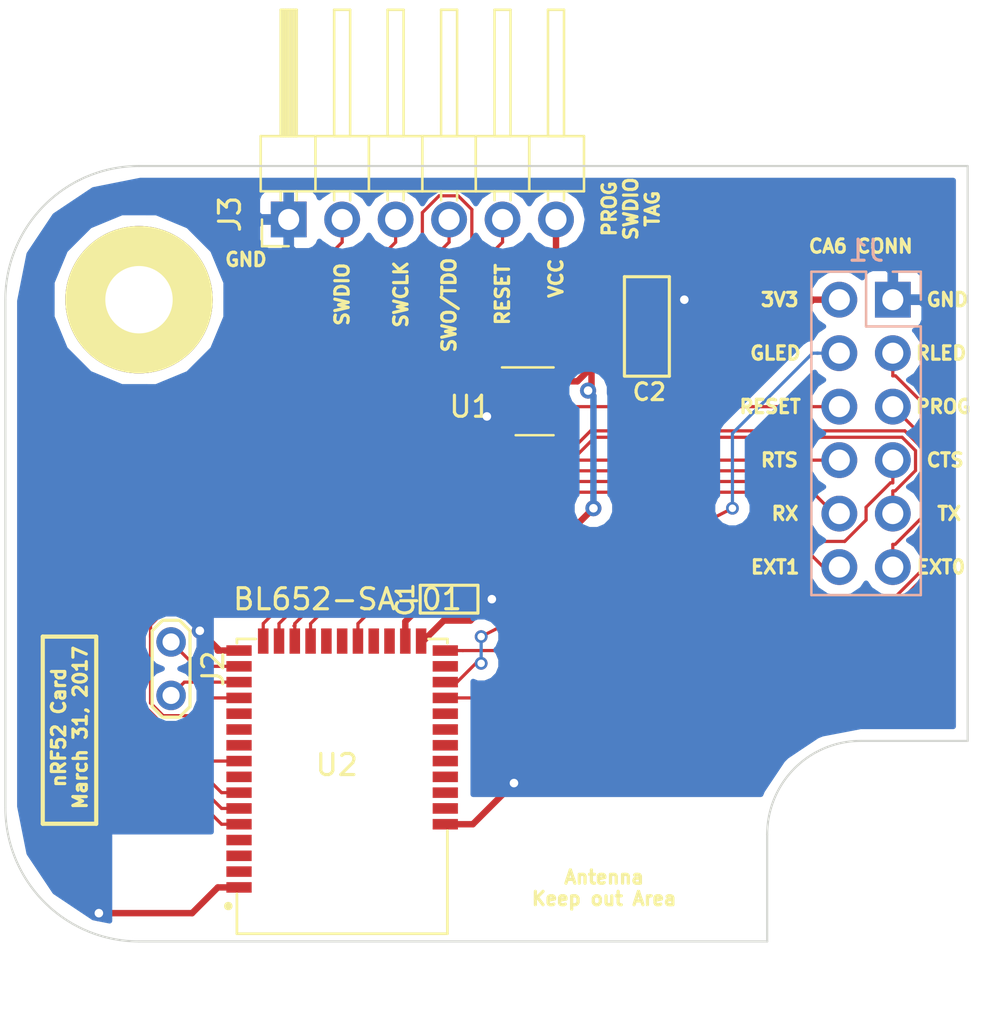
<source format=kicad_pcb>
(kicad_pcb (version 4) (host pcbnew 4.0.5)

  (general
    (links 30)
    (no_connects 0)
    (area 152.146 90.946399 199.490001 139.78)
    (thickness 1.6)
    (drawings 41)
    (tracks 177)
    (zones 0)
    (modules 8)
    (nets 39)
  )

  (page A4)
  (layers
    (0 F.Cu signal)
    (31 B.Cu signal)
    (32 B.Adhes user)
    (33 F.Adhes user)
    (34 B.Paste user)
    (35 F.Paste user)
    (36 B.SilkS user)
    (37 F.SilkS user)
    (38 B.Mask user)
    (39 F.Mask user)
    (40 Dwgs.User user)
    (41 Cmts.User user)
    (42 Eco1.User user)
    (43 Eco2.User user)
    (44 Edge.Cuts user)
    (45 Margin user)
    (46 B.CrtYd user)
    (47 F.CrtYd user)
    (48 B.Fab user)
    (49 F.Fab user)
  )

  (setup
    (last_trace_width 0.1524)
    (user_trace_width 0.1524)
    (user_trace_width 0.3048)
    (trace_clearance 0.1524)
    (zone_clearance 0.508)
    (zone_45_only yes)
    (trace_min 0.1524)
    (segment_width 0.2)
    (edge_width 0.2)
    (via_size 0.6096)
    (via_drill 0.3556)
    (via_min_size 0.6096)
    (via_min_drill 0.3556)
    (user_via 0.6096 0.3556)
    (user_via 0.762 0.4064)
    (uvia_size 0.6096)
    (uvia_drill 0.3556)
    (uvias_allowed no)
    (uvia_min_size 0.6096)
    (uvia_min_drill 0.3556)
    (pcb_text_width 0.1524)
    (pcb_text_size 0.635 0.635)
    (mod_edge_width 0.15)
    (mod_text_size 1 1)
    (mod_text_width 0.15)
    (pad_size 2.5 1.1)
    (pad_drill 0)
    (pad_to_mask_clearance 0)
    (aux_axis_origin 0 0)
    (visible_elements 7FFFFFFF)
    (pcbplotparams
      (layerselection 0x010e0_80000001)
      (usegerberextensions false)
      (excludeedgelayer true)
      (linewidth 0.100000)
      (plotframeref false)
      (viasonmask false)
      (mode 1)
      (useauxorigin false)
      (hpglpennumber 1)
      (hpglpenspeed 20)
      (hpglpendiameter 15)
      (hpglpenoverlay 2)
      (psnegative false)
      (psa4output false)
      (plotreference true)
      (plotvalue true)
      (plotinvisibletext false)
      (padsonsilk false)
      (subtractmaskfromsilk false)
      (outputformat 1)
      (mirror false)
      (drillshape 0)
      (scaleselection 1)
      (outputdirectory ./Gerbers))
  )

  (net 0 "")
  (net 1 GND)
  (net 2 /CC_TX)
  (net 3 /CC_PROG)
  (net 4 /CC_RESET)
  (net 5 /CC_CTS)
  (net 6 /CC_RTS)
  (net 7 /CC_RX)
  (net 8 /CC_G_LED)
  (net 9 /CC_EXT1)
  (net 10 /CC_EXT0)
  (net 11 3V3)
  (net 12 /CC_R_LED)
  (net 13 "Net-(J2-Pad1)")
  (net 14 "Net-(J2-Pad2)")
  (net 15 /SWDIO)
  (net 16 /SWCLK)
  (net 17 /SWO/TDO)
  (net 18 /JTAG_RESET)
  (net 19 "Net-(U2-Pad2)")
  (net 20 "Net-(U2-Pad4)")
  (net 21 "Net-(U2-Pad3)")
  (net 22 "Net-(U2-Pad8)")
  (net 23 "Net-(U2-Pad10)")
  (net 24 "Net-(U2-Pad12)")
  (net 25 "Net-(U2-Pad11)")
  (net 26 "Net-(U2-Pad36)")
  (net 27 "Net-(U2-Pad37)")
  (net 28 "Net-(U2-Pad29)")
  (net 29 "Net-(U2-Pad35)")
  (net 30 "Net-(U2-Pad34)")
  (net 31 "Net-(U2-Pad32)")
  (net 32 "Net-(U2-Pad33)")
  (net 33 "Net-(U2-Pad38)")
  (net 34 "Net-(U2-Pad25)")
  (net 35 "Net-(U2-Pad24)")
  (net 36 "Net-(U2-Pad21)")
  (net 37 "Net-(U2-Pad22)")
  (net 38 "Net-(U1-Pad4)")

  (net_class Default "This is the default net class."
    (clearance 0.1524)
    (trace_width 0.1524)
    (via_dia 0.6096)
    (via_drill 0.3556)
    (uvia_dia 0.6096)
    (uvia_drill 0.3556)
    (add_net /CC_CTS)
    (add_net /CC_EXT0)
    (add_net /CC_EXT1)
    (add_net /CC_G_LED)
    (add_net /CC_PROG)
    (add_net /CC_RESET)
    (add_net /CC_RTS)
    (add_net /CC_RX)
    (add_net /CC_R_LED)
    (add_net /CC_TX)
    (add_net /JTAG_RESET)
    (add_net /SWCLK)
    (add_net /SWDIO)
    (add_net /SWO/TDO)
    (add_net "Net-(J2-Pad1)")
    (add_net "Net-(J2-Pad2)")
    (add_net "Net-(U1-Pad4)")
    (add_net "Net-(U2-Pad10)")
    (add_net "Net-(U2-Pad11)")
    (add_net "Net-(U2-Pad12)")
    (add_net "Net-(U2-Pad2)")
    (add_net "Net-(U2-Pad21)")
    (add_net "Net-(U2-Pad22)")
    (add_net "Net-(U2-Pad24)")
    (add_net "Net-(U2-Pad25)")
    (add_net "Net-(U2-Pad29)")
    (add_net "Net-(U2-Pad3)")
    (add_net "Net-(U2-Pad32)")
    (add_net "Net-(U2-Pad33)")
    (add_net "Net-(U2-Pad34)")
    (add_net "Net-(U2-Pad35)")
    (add_net "Net-(U2-Pad36)")
    (add_net "Net-(U2-Pad37)")
    (add_net "Net-(U2-Pad38)")
    (add_net "Net-(U2-Pad4)")
    (add_net "Net-(U2-Pad8)")
  )

  (net_class Thicker ""
    (clearance 0.2286)
    (trace_width 0.3048)
    (via_dia 0.762)
    (via_drill 0.4064)
    (uvia_dia 0.762)
    (uvia_drill 0.4064)
    (add_net 3V3)
    (add_net GND)
  )

  (module CA6:XCVR_BL652-SA-01 (layer F.Cu) (tedit 58DFE4C8) (tstamp 58DEB78A)
    (at 168.402 128.524 180)
    (path /58DDE273)
    (solder_mask_margin 0.1)
    (attr smd)
    (fp_text reference U2 (at 0.254 1.016 180) (layer F.SilkS)
      (effects (font (size 1 1) (thickness 0.15)))
    )
    (fp_text value BL652-SA-01 (at -0.254 8.89 180) (layer F.SilkS)
      (effects (font (size 1 1) (thickness 0.15)))
    )
    (fp_line (start 5 -7) (end -5 -7) (layer F.SilkS) (width 0.127))
    (fp_line (start 5 -7) (end 5 7) (layer Dwgs.User) (width 0.127))
    (fp_line (start 5 7) (end -5 7) (layer Dwgs.User) (width 0.127))
    (fp_line (start -5 -7) (end -5 7) (layer Dwgs.User) (width 0.127))
    (fp_circle (center 5.409 -5.686) (end 5.509 -5.686) (layer F.SilkS) (width 0.2))
    (fp_poly (pts (xy -5 -7) (xy 4.2 -7) (xy 4.2 -2.1) (xy -5 -2.1)) (layer Dwgs.User) (width 0.381))
    (fp_line (start 5 6.8) (end 5 7) (layer F.SilkS) (width 0.127))
    (fp_line (start 5 7) (end 4.1 7) (layer F.SilkS) (width 0.127))
    (fp_line (start -5 6.8) (end -5 7) (layer F.SilkS) (width 0.127))
    (fp_line (start -5 7) (end -4.1 7) (layer F.SilkS) (width 0.127))
    (fp_line (start 5 -5.1) (end 5 -7) (layer F.SilkS) (width 0.127))
    (fp_line (start -5 -2.1) (end -5 -7) (layer F.SilkS) (width 0.127))
    (fp_line (start -5 -7) (end 5 -7) (layer Dwgs.User) (width 0.127))
    (fp_line (start -5.5 -7.25) (end 5.75 -7.25) (layer Dwgs.User) (width 0.05))
    (fp_line (start 5.75 -7.25) (end 5.75 7.75) (layer Dwgs.User) (width 0.05))
    (fp_line (start 5.75 7.75) (end -5.5 7.75) (layer Dwgs.User) (width 0.05))
    (fp_line (start -5.5 7.75) (end -5.5 -7.25) (layer Dwgs.User) (width 0.05))
    (fp_poly (pts (xy -5 -7) (xy 4.2 -7) (xy 4.2 -2.1) (xy -5 -2.1)) (layer Dwgs.User) (width 0.381))
    (fp_poly (pts (xy -5 -7) (xy 4.2 -7) (xy 4.2 -2.1) (xy -5 -2.1)) (layer Dwgs.User) (width 0.381))
    (pad 1 smd rect (at 4.9 -4.8 180) (size 1.2 0.5) (layers F.Cu F.Paste F.Mask)
      (net 1 GND) (solder_mask_margin 0.2))
    (pad 2 smd rect (at 4.9 -4.05 180) (size 1.2 0.5) (layers F.Cu F.Paste F.Mask)
      (net 19 "Net-(U2-Pad2)") (solder_mask_margin 0.2))
    (pad 4 smd rect (at 4.9 -2.55 180) (size 1.2 0.5) (layers F.Cu F.Paste F.Mask)
      (net 20 "Net-(U2-Pad4)") (solder_mask_margin 0.2))
    (pad 3 smd rect (at 4.9 -3.3 180) (size 1.2 0.5) (layers F.Cu F.Paste F.Mask)
      (net 21 "Net-(U2-Pad3)") (solder_mask_margin 0.2))
    (pad 8 smd rect (at 4.9 0.45 180) (size 1.2 0.5) (layers F.Cu F.Paste F.Mask)
      (net 22 "Net-(U2-Pad8)") (solder_mask_margin 0.2))
    (pad 7 smd rect (at 4.9 -0.3 180) (size 1.2 0.5) (layers F.Cu F.Paste F.Mask)
      (net 38 "Net-(U1-Pad4)") (solder_mask_margin 0.2))
    (pad 5 smd rect (at 4.9 -1.8 180) (size 1.2 0.5) (layers F.Cu F.Paste F.Mask)
      (net 15 /SWDIO) (solder_mask_margin 0.2))
    (pad 6 smd rect (at 4.9 -1.05 180) (size 1.2 0.5) (layers F.Cu F.Paste F.Mask)
      (net 16 /SWCLK) (solder_mask_margin 0.2))
    (pad 16 smd rect (at 4.9 6.45 180) (size 1.2 0.5) (layers F.Cu F.Paste F.Mask)
      (net 1 GND) (solder_mask_margin 0.2))
    (pad 15 smd rect (at 4.9 5.7 180) (size 1.2 0.5) (layers F.Cu F.Paste F.Mask)
      (net 13 "Net-(J2-Pad1)") (solder_mask_margin 0.2))
    (pad 13 smd rect (at 4.9 4.2 180) (size 1.2 0.5) (layers F.Cu F.Paste F.Mask)
      (net 10 /CC_EXT0) (solder_mask_margin 0.2))
    (pad 14 smd rect (at 4.9 4.95 180) (size 1.2 0.5) (layers F.Cu F.Paste F.Mask)
      (net 14 "Net-(J2-Pad2)") (solder_mask_margin 0.2))
    (pad 9 smd rect (at 4.9 1.2 180) (size 1.2 0.5) (layers F.Cu F.Paste F.Mask)
      (net 17 /SWO/TDO) (solder_mask_margin 0.2))
    (pad 10 smd rect (at 4.9 1.95 180) (size 1.2 0.5) (layers F.Cu F.Paste F.Mask)
      (net 23 "Net-(U2-Pad10)") (solder_mask_margin 0.2))
    (pad 12 smd rect (at 4.9 3.45 180) (size 1.2 0.5) (layers F.Cu F.Paste F.Mask)
      (net 24 "Net-(U2-Pad12)") (solder_mask_margin 0.2))
    (pad 11 smd rect (at 4.9 2.7 180) (size 1.2 0.5) (layers F.Cu F.Paste F.Mask)
      (net 25 "Net-(U2-Pad11)") (solder_mask_margin 0.2))
    (pad 36 smd rect (at -4.9 0.45 180) (size 1.2 0.5) (layers F.Cu F.Paste F.Mask)
      (net 26 "Net-(U2-Pad36)") (solder_mask_margin 0.2))
    (pad 37 smd rect (at -4.9 -0.3 180) (size 1.2 0.5) (layers F.Cu F.Paste F.Mask)
      (net 27 "Net-(U2-Pad37)") (solder_mask_margin 0.2))
    (pad 28 smd rect (at -4.9 6.45 180) (size 1.2 0.5) (layers F.Cu F.Paste F.Mask)
      (net 3 /CC_PROG) (solder_mask_margin 0.2))
    (pad 29 smd rect (at -4.9 5.7 180) (size 1.2 0.5) (layers F.Cu F.Paste F.Mask)
      (net 28 "Net-(U2-Pad29)") (solder_mask_margin 0.2))
    (pad 31 smd rect (at -4.9 4.2 180) (size 1.2 0.5) (layers F.Cu F.Paste F.Mask)
      (net 12 /CC_R_LED) (solder_mask_margin 0.2))
    (pad 30 smd rect (at -4.9 4.95 180) (size 1.2 0.5) (layers F.Cu F.Paste F.Mask)
      (net 8 /CC_G_LED) (solder_mask_margin 0.2))
    (pad 35 smd rect (at -4.9 1.2 180) (size 1.2 0.5) (layers F.Cu F.Paste F.Mask)
      (net 29 "Net-(U2-Pad35)") (solder_mask_margin 0.2))
    (pad 34 smd rect (at -4.9 1.95 180) (size 1.2 0.5) (layers F.Cu F.Paste F.Mask)
      (net 30 "Net-(U2-Pad34)") (solder_mask_margin 0.2))
    (pad 32 smd rect (at -4.9 3.45 180) (size 1.2 0.5) (layers F.Cu F.Paste F.Mask)
      (net 31 "Net-(U2-Pad32)") (solder_mask_margin 0.2))
    (pad 33 smd rect (at -4.9 2.7 180) (size 1.2 0.5) (layers F.Cu F.Paste F.Mask)
      (net 32 "Net-(U2-Pad33)") (solder_mask_margin 0.2))
    (pad 38 smd rect (at -4.9 -1.05 180) (size 1.2 0.5) (layers F.Cu F.Paste F.Mask)
      (net 33 "Net-(U2-Pad38)") (solder_mask_margin 0.2))
    (pad 39 smd rect (at -4.9 -1.8 180) (size 1.2 0.5) (layers F.Cu F.Paste F.Mask)
      (net 1 GND) (solder_mask_margin 0.2))
    (pad 25 smd rect (at -2.25 6.9 270) (size 1.2 0.5) (layers F.Cu F.Paste F.Mask)
      (net 34 "Net-(U2-Pad25)") (solder_mask_margin 0.2))
    (pad 26 smd rect (at -3 6.9 270) (size 1.2 0.5) (layers F.Cu F.Paste F.Mask)
      (net 11 3V3) (solder_mask_margin 0.2))
    (pad 17 smd rect (at 3.75 6.9 270) (size 1.2 0.5) (layers F.Cu F.Paste F.Mask)
      (net 2 /CC_TX) (solder_mask_margin 0.2))
    (pad 18 smd rect (at 3 6.9 270) (size 1.2 0.5) (layers F.Cu F.Paste F.Mask)
      (net 6 /CC_RTS) (solder_mask_margin 0.2))
    (pad 20 smd rect (at 1.5 6.9 270) (size 1.2 0.5) (layers F.Cu F.Paste F.Mask)
      (net 5 /CC_CTS) (solder_mask_margin 0.2))
    (pad 19 smd rect (at 2.25 6.9 270) (size 1.2 0.5) (layers F.Cu F.Paste F.Mask)
      (net 7 /CC_RX) (solder_mask_margin 0.2))
    (pad 24 smd rect (at -1.5 6.9 270) (size 1.2 0.5) (layers F.Cu F.Paste F.Mask)
      (net 35 "Net-(U2-Pad24)") (solder_mask_margin 0.2))
    (pad 23 smd rect (at -0.75 6.9 270) (size 1.2 0.5) (layers F.Cu F.Paste F.Mask)
      (net 9 /CC_EXT1) (solder_mask_margin 0.2))
    (pad 21 smd rect (at 0.75 6.9 270) (size 1.2 0.5) (layers F.Cu F.Paste F.Mask)
      (net 36 "Net-(U2-Pad21)") (solder_mask_margin 0.2))
    (pad 22 smd rect (at 0 6.9 270) (size 1.2 0.5) (layers F.Cu F.Paste F.Mask)
      (net 37 "Net-(U2-Pad22)") (solder_mask_margin 0.2))
    (pad 27 smd rect (at -3.75 6.9 270) (size 1.2 0.5) (layers F.Cu F.Paste F.Mask)
      (net 1 GND) (solder_mask_margin 0.2))
  )

  (module CA6:c_0603 (layer F.Cu) (tedit 54649DFA) (tstamp 58DEB934)
    (at 173.482 119.634 180)
    (descr "SMT capacitor, 0603")
    (path /58C146DF)
    (fp_text reference C1 (at 2.0828 -0.0254 270) (layer F.SilkS)
      (effects (font (size 0.8 0.8) (thickness 0.15)))
    )
    (fp_text value .1uF (at 0 0 270) (layer F.SilkS) hide
      (effects (font (size 0.2286 0.381) (thickness 0.0508)))
    )
    (fp_line (start 1.3716 0.6604) (end 1.3716 -0.6604) (layer F.SilkS) (width 0.14986))
    (fp_line (start -1.3716 0.6604) (end 1.3716 0.6604) (layer F.SilkS) (width 0.14986))
    (fp_line (start 1.3716 -0.6604) (end -1.3716 -0.6604) (layer F.SilkS) (width 0.14986))
    (fp_line (start -1.3716 0.6604) (end -1.3716 -0.6604) (layer F.SilkS) (width 0.14986))
    (pad 1 smd rect (at 0.7518 0 180) (size 0.8992 1.0008) (layers F.Cu F.Paste F.Mask)
      (net 11 3V3))
    (pad 2 smd rect (at -0.7518 0 180) (size 0.8992 1.0008) (layers F.Cu F.Paste F.Mask)
      (net 1 GND))
  )

  (module CA6:c_1206 (layer F.Cu) (tedit 54660A63) (tstamp 58DEB93D)
    (at 182.88 106.68 270)
    (descr "SMT capacitor, 1206")
    (path /58C1477A)
    (fp_text reference C2 (at 3.1115 -0.1143 360) (layer F.SilkS)
      (effects (font (size 0.8 0.8) (thickness 0.15)))
    )
    (fp_text value 10uF (at 0 0 360) (layer F.SilkS) hide
      (effects (font (size 0.2286 0.381) (thickness 0.0508)))
    )
    (fp_line (start 2.3622 1.0668) (end 2.3622 -1.0668) (layer F.SilkS) (width 0.14986))
    (fp_line (start -2.3622 -1.0668) (end 2.3622 -1.0668) (layer F.SilkS) (width 0.14986))
    (fp_line (start 2.3368 1.0668) (end -2.3622 1.0668) (layer F.SilkS) (width 0.14986))
    (fp_line (start -2.3622 1.0668) (end -2.3622 -1.0668) (layer F.SilkS) (width 0.14986))
    (pad 1 smd rect (at 1.397 0 270) (size 1.6002 1.8034) (layers F.Cu F.Paste F.Mask)
      (net 11 3V3))
    (pad 2 smd rect (at -1.397 0 270) (size 1.6002 1.8034) (layers F.Cu F.Paste F.Mask)
      (net 1 GND))
  )

  (module CA6:HOLE_3.0mm (layer F.Cu) (tedit 54664E93) (tstamp 58DDFC9D)
    (at 158.75 105.41)
    (path /58DA497E)
    (fp_text reference X1 (at -0.0254 -0.508) (layer F.SilkS) hide
      (effects (font (size 0.8 0.8) (thickness 0.14986)))
    )
    (fp_text value HOLE (at 0 0.7112) (layer F.SilkS) hide
      (effects (font (size 0.8 0.8) (thickness 0.14986)))
    )
    (pad "" np_thru_hole circle (at 0 0) (size 7 7) (drill 3.2) (layers *.Cu *.Mask F.SilkS))
  )

  (module CA6:SOT-23-5_GATE (layer F.Cu) (tedit 58DFE449) (tstamp 58DDFC98)
    (at 177.546 110.236)
    (descr "5-pin SOT23 package")
    (tags SOT-23-5)
    (path /58DE019F)
    (attr smd)
    (fp_text reference U1 (at -3.048 0.254) (layer F.SilkS)
      (effects (font (size 1 1) (thickness 0.15)))
    )
    (fp_text value SN74AHC1G08 (at 0 2.9) (layer F.Fab) hide
      (effects (font (size 1 1) (thickness 0.15)))
    )
    (fp_text user %R (at 0 0) (layer F.Fab)
      (effects (font (size 0.5 0.5) (thickness 0.075)))
    )
    (fp_line (start -0.9 1.61) (end 0.9 1.61) (layer F.SilkS) (width 0.12))
    (fp_line (start 0.9 -1.61) (end -1.55 -1.61) (layer F.SilkS) (width 0.12))
    (fp_line (start -1.9 -1.8) (end 1.9 -1.8) (layer F.CrtYd) (width 0.05))
    (fp_line (start 1.9 -1.8) (end 1.9 1.8) (layer F.CrtYd) (width 0.05))
    (fp_line (start 1.9 1.8) (end -1.9 1.8) (layer F.CrtYd) (width 0.05))
    (fp_line (start -1.9 1.8) (end -1.9 -1.8) (layer F.CrtYd) (width 0.05))
    (fp_line (start -0.9 -0.9) (end -0.25 -1.55) (layer F.Fab) (width 0.1))
    (fp_line (start 0.9 -1.55) (end -0.25 -1.55) (layer F.Fab) (width 0.1))
    (fp_line (start -0.9 -0.9) (end -0.9 1.55) (layer F.Fab) (width 0.1))
    (fp_line (start 0.9 1.55) (end -0.9 1.55) (layer F.Fab) (width 0.1))
    (fp_line (start 0.9 -1.55) (end 0.9 1.55) (layer F.Fab) (width 0.1))
    (pad 1 smd rect (at -1.1 -0.95) (size 1.06 0.65) (layers F.Cu F.Paste F.Mask)
      (net 18 /JTAG_RESET))
    (pad 2 smd rect (at -1.1 0) (size 1.06 0.65) (layers F.Cu F.Paste F.Mask)
      (net 4 /CC_RESET))
    (pad 3 smd rect (at -1.1 0.95) (size 1.06 0.65) (layers F.Cu F.Paste F.Mask)
      (net 1 GND))
    (pad 4 smd rect (at 1.1 0.95) (size 1.06 0.65) (layers F.Cu F.Paste F.Mask)
      (net 38 "Net-(U1-Pad4)"))
    (pad 5 smd rect (at 1.1 -0.95) (size 1.06 0.65) (layers F.Cu F.Paste F.Mask)
      (net 11 3V3))
    (model ${KISYS3DMOD}/TO_SOT_Packages_SMD.3dshapes/SOT-23-5.wrl
      (at (xyz 0 0 0))
      (scale (xyz 1 1 1))
      (rotate (xyz 0 0 0))
    )
  )

  (module CA6:Pin_Header_Angled_1x06_Pitch2.54mm (layer F.Cu) (tedit 58DFE6D9) (tstamp 58DEB74C)
    (at 165.862 101.6 90)
    (descr "Through hole angled pin header, 1x06, 2.54mm pitch, 6mm pin length, single row")
    (tags "Through hole angled pin header THT 1x06 2.54mm single row")
    (path /58DE9D13)
    (fp_text reference J3 (at 0.254 -2.794 90) (layer F.SilkS)
      (effects (font (size 1 1) (thickness 0.15)))
    )
    (fp_text value PROG_01X06 (at 4.315 14.97 90) (layer F.Fab) hide
      (effects (font (size 1 1) (thickness 0.15)))
    )
    (fp_line (start 1.4 -1.27) (end 1.4 1.27) (layer F.Fab) (width 0.1))
    (fp_line (start 1.4 1.27) (end 3.9 1.27) (layer F.Fab) (width 0.1))
    (fp_line (start 3.9 1.27) (end 3.9 -1.27) (layer F.Fab) (width 0.1))
    (fp_line (start 3.9 -1.27) (end 1.4 -1.27) (layer F.Fab) (width 0.1))
    (fp_line (start 0 -0.32) (end 0 0.32) (layer F.Fab) (width 0.1))
    (fp_line (start 0 0.32) (end 9.9 0.32) (layer F.Fab) (width 0.1))
    (fp_line (start 9.9 0.32) (end 9.9 -0.32) (layer F.Fab) (width 0.1))
    (fp_line (start 9.9 -0.32) (end 0 -0.32) (layer F.Fab) (width 0.1))
    (fp_line (start 1.4 1.27) (end 1.4 3.81) (layer F.Fab) (width 0.1))
    (fp_line (start 1.4 3.81) (end 3.9 3.81) (layer F.Fab) (width 0.1))
    (fp_line (start 3.9 3.81) (end 3.9 1.27) (layer F.Fab) (width 0.1))
    (fp_line (start 3.9 1.27) (end 1.4 1.27) (layer F.Fab) (width 0.1))
    (fp_line (start 0 2.22) (end 0 2.86) (layer F.Fab) (width 0.1))
    (fp_line (start 0 2.86) (end 9.9 2.86) (layer F.Fab) (width 0.1))
    (fp_line (start 9.9 2.86) (end 9.9 2.22) (layer F.Fab) (width 0.1))
    (fp_line (start 9.9 2.22) (end 0 2.22) (layer F.Fab) (width 0.1))
    (fp_line (start 1.4 3.81) (end 1.4 6.35) (layer F.Fab) (width 0.1))
    (fp_line (start 1.4 6.35) (end 3.9 6.35) (layer F.Fab) (width 0.1))
    (fp_line (start 3.9 6.35) (end 3.9 3.81) (layer F.Fab) (width 0.1))
    (fp_line (start 3.9 3.81) (end 1.4 3.81) (layer F.Fab) (width 0.1))
    (fp_line (start 0 4.76) (end 0 5.4) (layer F.Fab) (width 0.1))
    (fp_line (start 0 5.4) (end 9.9 5.4) (layer F.Fab) (width 0.1))
    (fp_line (start 9.9 5.4) (end 9.9 4.76) (layer F.Fab) (width 0.1))
    (fp_line (start 9.9 4.76) (end 0 4.76) (layer F.Fab) (width 0.1))
    (fp_line (start 1.4 6.35) (end 1.4 8.89) (layer F.Fab) (width 0.1))
    (fp_line (start 1.4 8.89) (end 3.9 8.89) (layer F.Fab) (width 0.1))
    (fp_line (start 3.9 8.89) (end 3.9 6.35) (layer F.Fab) (width 0.1))
    (fp_line (start 3.9 6.35) (end 1.4 6.35) (layer F.Fab) (width 0.1))
    (fp_line (start 0 7.3) (end 0 7.94) (layer F.Fab) (width 0.1))
    (fp_line (start 0 7.94) (end 9.9 7.94) (layer F.Fab) (width 0.1))
    (fp_line (start 9.9 7.94) (end 9.9 7.3) (layer F.Fab) (width 0.1))
    (fp_line (start 9.9 7.3) (end 0 7.3) (layer F.Fab) (width 0.1))
    (fp_line (start 1.4 8.89) (end 1.4 11.43) (layer F.Fab) (width 0.1))
    (fp_line (start 1.4 11.43) (end 3.9 11.43) (layer F.Fab) (width 0.1))
    (fp_line (start 3.9 11.43) (end 3.9 8.89) (layer F.Fab) (width 0.1))
    (fp_line (start 3.9 8.89) (end 1.4 8.89) (layer F.Fab) (width 0.1))
    (fp_line (start 0 9.84) (end 0 10.48) (layer F.Fab) (width 0.1))
    (fp_line (start 0 10.48) (end 9.9 10.48) (layer F.Fab) (width 0.1))
    (fp_line (start 9.9 10.48) (end 9.9 9.84) (layer F.Fab) (width 0.1))
    (fp_line (start 9.9 9.84) (end 0 9.84) (layer F.Fab) (width 0.1))
    (fp_line (start 1.4 11.43) (end 1.4 13.97) (layer F.Fab) (width 0.1))
    (fp_line (start 1.4 13.97) (end 3.9 13.97) (layer F.Fab) (width 0.1))
    (fp_line (start 3.9 13.97) (end 3.9 11.43) (layer F.Fab) (width 0.1))
    (fp_line (start 3.9 11.43) (end 1.4 11.43) (layer F.Fab) (width 0.1))
    (fp_line (start 0 12.38) (end 0 13.02) (layer F.Fab) (width 0.1))
    (fp_line (start 0 13.02) (end 9.9 13.02) (layer F.Fab) (width 0.1))
    (fp_line (start 9.9 13.02) (end 9.9 12.38) (layer F.Fab) (width 0.1))
    (fp_line (start 9.9 12.38) (end 0 12.38) (layer F.Fab) (width 0.1))
    (fp_line (start 1.34 -1.33) (end 1.34 1.27) (layer F.SilkS) (width 0.12))
    (fp_line (start 1.34 1.27) (end 3.96 1.27) (layer F.SilkS) (width 0.12))
    (fp_line (start 3.96 1.27) (end 3.96 -1.33) (layer F.SilkS) (width 0.12))
    (fp_line (start 3.96 -1.33) (end 1.34 -1.33) (layer F.SilkS) (width 0.12))
    (fp_line (start 3.96 -0.38) (end 3.96 0.38) (layer F.SilkS) (width 0.12))
    (fp_line (start 3.96 0.38) (end 9.96 0.38) (layer F.SilkS) (width 0.12))
    (fp_line (start 9.96 0.38) (end 9.96 -0.38) (layer F.SilkS) (width 0.12))
    (fp_line (start 9.96 -0.38) (end 3.96 -0.38) (layer F.SilkS) (width 0.12))
    (fp_line (start 0.91 -0.38) (end 1.34 -0.38) (layer F.SilkS) (width 0.12))
    (fp_line (start 0.91 0.38) (end 1.34 0.38) (layer F.SilkS) (width 0.12))
    (fp_line (start 3.96 -0.26) (end 9.96 -0.26) (layer F.SilkS) (width 0.12))
    (fp_line (start 3.96 -0.14) (end 9.96 -0.14) (layer F.SilkS) (width 0.12))
    (fp_line (start 3.96 -0.02) (end 9.96 -0.02) (layer F.SilkS) (width 0.12))
    (fp_line (start 3.96 0.1) (end 9.96 0.1) (layer F.SilkS) (width 0.12))
    (fp_line (start 3.96 0.22) (end 9.96 0.22) (layer F.SilkS) (width 0.12))
    (fp_line (start 3.96 0.34) (end 9.96 0.34) (layer F.SilkS) (width 0.12))
    (fp_line (start 1.34 1.27) (end 1.34 3.81) (layer F.SilkS) (width 0.12))
    (fp_line (start 1.34 3.81) (end 3.96 3.81) (layer F.SilkS) (width 0.12))
    (fp_line (start 3.96 3.81) (end 3.96 1.27) (layer F.SilkS) (width 0.12))
    (fp_line (start 3.96 1.27) (end 1.34 1.27) (layer F.SilkS) (width 0.12))
    (fp_line (start 3.96 2.16) (end 3.96 2.92) (layer F.SilkS) (width 0.12))
    (fp_line (start 3.96 2.92) (end 9.96 2.92) (layer F.SilkS) (width 0.12))
    (fp_line (start 9.96 2.92) (end 9.96 2.16) (layer F.SilkS) (width 0.12))
    (fp_line (start 9.96 2.16) (end 3.96 2.16) (layer F.SilkS) (width 0.12))
    (fp_line (start 0.91 2.16) (end 1.34 2.16) (layer F.SilkS) (width 0.12))
    (fp_line (start 0.91 2.92) (end 1.34 2.92) (layer F.SilkS) (width 0.12))
    (fp_line (start 1.34 3.81) (end 1.34 6.35) (layer F.SilkS) (width 0.12))
    (fp_line (start 1.34 6.35) (end 3.96 6.35) (layer F.SilkS) (width 0.12))
    (fp_line (start 3.96 6.35) (end 3.96 3.81) (layer F.SilkS) (width 0.12))
    (fp_line (start 3.96 3.81) (end 1.34 3.81) (layer F.SilkS) (width 0.12))
    (fp_line (start 3.96 4.7) (end 3.96 5.46) (layer F.SilkS) (width 0.12))
    (fp_line (start 3.96 5.46) (end 9.96 5.46) (layer F.SilkS) (width 0.12))
    (fp_line (start 9.96 5.46) (end 9.96 4.7) (layer F.SilkS) (width 0.12))
    (fp_line (start 9.96 4.7) (end 3.96 4.7) (layer F.SilkS) (width 0.12))
    (fp_line (start 0.91 4.7) (end 1.34 4.7) (layer F.SilkS) (width 0.12))
    (fp_line (start 0.91 5.46) (end 1.34 5.46) (layer F.SilkS) (width 0.12))
    (fp_line (start 1.34 6.35) (end 1.34 8.89) (layer F.SilkS) (width 0.12))
    (fp_line (start 1.34 8.89) (end 3.96 8.89) (layer F.SilkS) (width 0.12))
    (fp_line (start 3.96 8.89) (end 3.96 6.35) (layer F.SilkS) (width 0.12))
    (fp_line (start 3.96 6.35) (end 1.34 6.35) (layer F.SilkS) (width 0.12))
    (fp_line (start 3.96 7.24) (end 3.96 8) (layer F.SilkS) (width 0.12))
    (fp_line (start 3.96 8) (end 9.96 8) (layer F.SilkS) (width 0.12))
    (fp_line (start 9.96 8) (end 9.96 7.24) (layer F.SilkS) (width 0.12))
    (fp_line (start 9.96 7.24) (end 3.96 7.24) (layer F.SilkS) (width 0.12))
    (fp_line (start 0.91 7.24) (end 1.34 7.24) (layer F.SilkS) (width 0.12))
    (fp_line (start 0.91 8) (end 1.34 8) (layer F.SilkS) (width 0.12))
    (fp_line (start 1.34 8.89) (end 1.34 11.43) (layer F.SilkS) (width 0.12))
    (fp_line (start 1.34 11.43) (end 3.96 11.43) (layer F.SilkS) (width 0.12))
    (fp_line (start 3.96 11.43) (end 3.96 8.89) (layer F.SilkS) (width 0.12))
    (fp_line (start 3.96 8.89) (end 1.34 8.89) (layer F.SilkS) (width 0.12))
    (fp_line (start 3.96 9.78) (end 3.96 10.54) (layer F.SilkS) (width 0.12))
    (fp_line (start 3.96 10.54) (end 9.96 10.54) (layer F.SilkS) (width 0.12))
    (fp_line (start 9.96 10.54) (end 9.96 9.78) (layer F.SilkS) (width 0.12))
    (fp_line (start 9.96 9.78) (end 3.96 9.78) (layer F.SilkS) (width 0.12))
    (fp_line (start 0.91 9.78) (end 1.34 9.78) (layer F.SilkS) (width 0.12))
    (fp_line (start 0.91 10.54) (end 1.34 10.54) (layer F.SilkS) (width 0.12))
    (fp_line (start 1.34 11.43) (end 1.34 14.03) (layer F.SilkS) (width 0.12))
    (fp_line (start 1.34 14.03) (end 3.96 14.03) (layer F.SilkS) (width 0.12))
    (fp_line (start 3.96 14.03) (end 3.96 11.43) (layer F.SilkS) (width 0.12))
    (fp_line (start 3.96 11.43) (end 1.34 11.43) (layer F.SilkS) (width 0.12))
    (fp_line (start 3.96 12.32) (end 3.96 13.08) (layer F.SilkS) (width 0.12))
    (fp_line (start 3.96 13.08) (end 9.96 13.08) (layer F.SilkS) (width 0.12))
    (fp_line (start 9.96 13.08) (end 9.96 12.32) (layer F.SilkS) (width 0.12))
    (fp_line (start 9.96 12.32) (end 3.96 12.32) (layer F.SilkS) (width 0.12))
    (fp_line (start 0.91 12.32) (end 1.34 12.32) (layer F.SilkS) (width 0.12))
    (fp_line (start 0.91 13.08) (end 1.34 13.08) (layer F.SilkS) (width 0.12))
    (fp_line (start -1.27 0) (end -1.27 -1.27) (layer F.SilkS) (width 0.12))
    (fp_line (start -1.27 -1.27) (end 0 -1.27) (layer F.SilkS) (width 0.12))
    (fp_line (start -1.8 -1.8) (end -1.8 14.5) (layer F.CrtYd) (width 0.05))
    (fp_line (start -1.8 14.5) (end 10.4 14.5) (layer F.CrtYd) (width 0.05))
    (fp_line (start 10.4 14.5) (end 10.4 -1.8) (layer F.CrtYd) (width 0.05))
    (fp_line (start 10.4 -1.8) (end -1.8 -1.8) (layer F.CrtYd) (width 0.05))
    (fp_text user %R (at 0.254 -2.794 90) (layer F.Fab)
      (effects (font (size 1 1) (thickness 0.15)))
    )
    (pad 1 thru_hole rect (at 0 0 90) (size 1.7 1.7) (drill 1) (layers *.Cu *.Mask)
      (net 1 GND))
    (pad 2 thru_hole oval (at 0 2.54 90) (size 1.7 1.7) (drill 1) (layers *.Cu *.Mask)
      (net 15 /SWDIO))
    (pad 3 thru_hole oval (at 0 5.08 90) (size 1.7 1.7) (drill 1) (layers *.Cu *.Mask)
      (net 16 /SWCLK))
    (pad 4 thru_hole oval (at 0 7.62 90) (size 1.7 1.7) (drill 1) (layers *.Cu *.Mask)
      (net 17 /SWO/TDO))
    (pad 5 thru_hole oval (at 0 10.16 90) (size 1.7 1.7) (drill 1) (layers *.Cu *.Mask)
      (net 18 /JTAG_RESET))
    (pad 6 thru_hole oval (at 0 12.7 90) (size 1.7 1.7) (drill 1) (layers *.Cu *.Mask)
      (net 11 3V3))
    (model ${KISYS3DMOD}/Pin_Headers.3dshapes/Pin_Header_Angled_1x06_Pitch2.54mm.wrl
      (at (xyz 0 -0.25 0))
      (scale (xyz 1 1 1))
      (rotate (xyz 0 0 90))
    )
  )

  (module CA6:Test_Point_2Pads (layer F.Cu) (tedit 58DFE48B) (tstamp 58DEC615)
    (at 160.274 121.666 270)
    (descr "Connecteurs 2 pins")
    (tags "CONN DEV")
    (path /58DEC0DA)
    (attr virtual)
    (fp_text reference J2 (at 1.27 -2 270) (layer F.SilkS)
      (effects (font (size 1 1) (thickness 0.15)))
    )
    (fp_text value NFC_ANT (at 1.27 2 270) (layer F.Fab)
      (effects (font (size 0.635 0.635) (thickness 0.1524)))
    )
    (fp_line (start -0.65 1.15) (end 3.15 1.15) (layer F.CrtYd) (width 0.05))
    (fp_line (start 3.15 1.15) (end 3.8 0.5) (layer F.CrtYd) (width 0.05))
    (fp_line (start 3.8 0.5) (end 3.8 -0.5) (layer F.CrtYd) (width 0.05))
    (fp_line (start 3.8 -0.5) (end 3.15 -1.15) (layer F.CrtYd) (width 0.05))
    (fp_line (start 3.15 -1.15) (end -0.65 -1.15) (layer F.CrtYd) (width 0.05))
    (fp_line (start -0.65 -1.15) (end -1.3 -0.5) (layer F.CrtYd) (width 0.05))
    (fp_line (start -1.3 -0.5) (end -1.3 0.5) (layer F.CrtYd) (width 0.05))
    (fp_line (start -1.3 0.5) (end -0.65 1.15) (layer F.CrtYd) (width 0.05))
    (fp_line (start -0.53 -0.9) (end 3.07 -0.9) (layer F.SilkS) (width 0.15))
    (fp_line (start 3.07 -0.9) (end 3.57 -0.4) (layer F.SilkS) (width 0.15))
    (fp_line (start 3.57 -0.4) (end 3.57 0.4) (layer F.SilkS) (width 0.15))
    (fp_line (start 3.57 0.4) (end 3.07 0.9) (layer F.SilkS) (width 0.15))
    (fp_line (start 3.07 0.9) (end -0.53 0.9) (layer F.SilkS) (width 0.15))
    (fp_line (start -0.53 0.9) (end -1.03 0.4) (layer F.SilkS) (width 0.15))
    (fp_line (start -1.03 0.4) (end -1.03 -0.4) (layer F.SilkS) (width 0.15))
    (fp_line (start -1.03 -0.4) (end -0.53 -0.9) (layer F.SilkS) (width 0.15))
    (pad 1 thru_hole circle (at 0 0 270) (size 1.4 1.4) (drill 0.8128) (layers *.Cu *.Mask)
      (net 13 "Net-(J2-Pad1)"))
    (pad 2 thru_hole circle (at 2.54 0 270) (size 1.4 1.4) (drill 0.8128) (layers *.Cu *.Mask)
      (net 14 "Net-(J2-Pad2)"))
  )

  (module CA6:Pin_Header_Straight_2x06_Pitch2.54mm (layer B.Cu) (tedit 58CD4EC5) (tstamp 58DEB742)
    (at 194.564 105.41 180)
    (descr "Through hole straight pin header, 2x06, 2.54mm pitch, double rows")
    (tags "Through hole pin header THT 2x06 2.54mm double row")
    (path /58D9E2DD)
    (fp_text reference J1 (at 1.27 2.33 180) (layer B.SilkS)
      (effects (font (size 1 1) (thickness 0.15)) (justify mirror))
    )
    (fp_text value CA6_02X06 (at 1.27 -15.03 180) (layer B.Fab)
      (effects (font (size 1 1) (thickness 0.15)) (justify mirror))
    )
    (fp_line (start -1.27 1.27) (end -1.27 -13.97) (layer B.Fab) (width 0.1))
    (fp_line (start -1.27 -13.97) (end 3.81 -13.97) (layer B.Fab) (width 0.1))
    (fp_line (start 3.81 -13.97) (end 3.81 1.27) (layer B.Fab) (width 0.1))
    (fp_line (start 3.81 1.27) (end -1.27 1.27) (layer B.Fab) (width 0.1))
    (fp_line (start -1.33 -1.27) (end -1.33 -14.03) (layer B.SilkS) (width 0.12))
    (fp_line (start -1.33 -14.03) (end 3.87 -14.03) (layer B.SilkS) (width 0.12))
    (fp_line (start 3.87 -14.03) (end 3.87 1.33) (layer B.SilkS) (width 0.12))
    (fp_line (start 3.87 1.33) (end 1.27 1.33) (layer B.SilkS) (width 0.12))
    (fp_line (start 1.27 1.33) (end 1.27 -1.27) (layer B.SilkS) (width 0.12))
    (fp_line (start 1.27 -1.27) (end -1.33 -1.27) (layer B.SilkS) (width 0.12))
    (fp_line (start -1.33 0) (end -1.33 1.33) (layer B.SilkS) (width 0.12))
    (fp_line (start -1.33 1.33) (end 0 1.33) (layer B.SilkS) (width 0.12))
    (fp_line (start -1.8 1.8) (end -1.8 -14.5) (layer B.CrtYd) (width 0.05))
    (fp_line (start -1.8 -14.5) (end 4.35 -14.5) (layer B.CrtYd) (width 0.05))
    (fp_line (start 4.35 -14.5) (end 4.35 1.8) (layer B.CrtYd) (width 0.05))
    (fp_line (start 4.35 1.8) (end -1.8 1.8) (layer B.CrtYd) (width 0.05))
    (fp_text user %R (at 1.27 2.33 180) (layer B.Fab)
      (effects (font (size 1 1) (thickness 0.15)) (justify mirror))
    )
    (pad 1 thru_hole rect (at 0 0 180) (size 1.7 1.7) (drill 1) (layers *.Cu *.Mask)
      (net 1 GND))
    (pad 2 thru_hole oval (at 2.54 0 180) (size 1.7 1.7) (drill 1) (layers *.Cu *.Mask)
      (net 11 3V3))
    (pad 3 thru_hole oval (at 0 -2.54 180) (size 1.7 1.7) (drill 1) (layers *.Cu *.Mask)
      (net 12 /CC_R_LED))
    (pad 4 thru_hole oval (at 2.54 -2.54 180) (size 1.7 1.7) (drill 1) (layers *.Cu *.Mask)
      (net 8 /CC_G_LED))
    (pad 5 thru_hole oval (at 0 -5.08 180) (size 1.7 1.7) (drill 1) (layers *.Cu *.Mask)
      (net 3 /CC_PROG))
    (pad 6 thru_hole oval (at 2.54 -5.08 180) (size 1.7 1.7) (drill 1) (layers *.Cu *.Mask)
      (net 4 /CC_RESET))
    (pad 7 thru_hole oval (at 0 -7.62 180) (size 1.7 1.7) (drill 1) (layers *.Cu *.Mask)
      (net 5 /CC_CTS))
    (pad 8 thru_hole oval (at 2.54 -7.62 180) (size 1.7 1.7) (drill 1) (layers *.Cu *.Mask)
      (net 6 /CC_RTS))
    (pad 9 thru_hole oval (at 0 -10.16 180) (size 1.7 1.7) (drill 1) (layers *.Cu *.Mask)
      (net 2 /CC_TX))
    (pad 10 thru_hole oval (at 2.54 -10.16 180) (size 1.7 1.7) (drill 1) (layers *.Cu *.Mask)
      (net 7 /CC_RX))
    (pad 11 thru_hole oval (at 0 -12.7 180) (size 1.7 1.7) (drill 1) (layers *.Cu *.Mask)
      (net 10 /CC_EXT0))
    (pad 12 thru_hole oval (at 2.54 -12.7 180) (size 1.7 1.7) (drill 1) (layers *.Cu *.Mask)
      (net 9 /CC_EXT1))
    (model ${KISYS3DMOD}/Pin_Headers.3dshapes/Pin_Header_Straight_2x06_Pitch2.54mm.wrl
      (at (xyz 0.05 -0.25 0))
      (scale (xyz 1 1 1))
      (rotate (xyz 0 0 90))
    )
  )

  (gr_text "CA6 CONN" (at 193.04 102.87) (layer F.SilkS) (tstamp 58DED36F)
    (effects (font (size 0.635 0.635) (thickness 0.1524)))
  )
  (gr_text "PROG\nSWDIO\nTAG" (at 182.118 101.092 90) (layer F.SilkS)
    (effects (font (size 0.635 0.635) (thickness 0.1524)))
  )
  (gr_text EXT0 (at 196.85 118.11) (layer F.SilkS)
    (effects (font (size 0.635 0.635) (thickness 0.1524)))
  )
  (gr_text EXT1 (at 188.976 118.11) (layer F.SilkS)
    (effects (font (size 0.635 0.635) (thickness 0.1524)))
  )
  (gr_text VCC (at 178.562 104.394 90) (layer F.SilkS)
    (effects (font (size 0.635 0.635) (thickness 0.1524)))
  )
  (gr_text RESET (at 176.022 105.156 90) (layer F.SilkS)
    (effects (font (size 0.635 0.635) (thickness 0.1524)))
  )
  (gr_text SWDIO (at 168.402 105.156 90) (layer F.SilkS)
    (effects (font (size 0.635 0.635) (thickness 0.1524)))
  )
  (gr_text "Antenna\nKeep out Area" (at 180.848 133.35) (layer F.SilkS)
    (effects (font (size 0.635 0.635) (thickness 0.1524)))
  )
  (gr_arc (start 158.75 129.54) (end 158.75 135.89) (angle 90) (layer Edge.Cuts) (width 0.099822))
  (gr_arc (start 158.75 105.41) (end 152.4 105.41) (angle 90) (layer Edge.Cuts) (width 0.099822))
  (gr_line (start 154.178 121.412) (end 154.178 130.302) (angle 90) (layer F.SilkS) (width 0.2))
  (gr_line (start 156.718 121.412) (end 154.178 121.412) (angle 90) (layer F.SilkS) (width 0.2))
  (gr_line (start 156.718 130.302) (end 156.718 121.412) (angle 90) (layer F.SilkS) (width 0.2))
  (gr_line (start 154.178 130.302) (end 156.718 130.302) (angle 90) (layer F.SilkS) (width 0.2))
  (gr_text "nRF52 Card\nMarch 31, 2017" (at 155.448 125.73 90) (layer F.SilkS)
    (effects (font (size 0.635 0.635) (thickness 0.1524)))
  )
  (gr_text RX (at 188.722 115.57) (layer F.SilkS)
    (effects (font (size 0.635 0.635) (thickness 0.1524)) (justify left))
  )
  (gr_text TX (at 196.596 115.57) (layer F.SilkS)
    (effects (font (size 0.635 0.635) (thickness 0.1524)) (justify left))
  )
  (gr_text RTS (at 188.214 113.03) (layer F.SilkS)
    (effects (font (size 0.635 0.635) (thickness 0.1524)) (justify left))
  )
  (gr_text CTS (at 196.088 113.03) (layer F.SilkS)
    (effects (font (size 0.635 0.635) (thickness 0.1524)) (justify left))
  )
  (gr_text RESET (at 187.198 110.49) (layer F.SilkS)
    (effects (font (size 0.635 0.635) (thickness 0.1524)) (justify left))
  )
  (gr_text PROG (at 195.58 110.49) (layer F.SilkS)
    (effects (font (size 0.635 0.635) (thickness 0.1524)) (justify left))
  )
  (gr_text GLED (at 187.706 107.95) (layer F.SilkS)
    (effects (font (size 0.635 0.635) (thickness 0.1524)) (justify left))
  )
  (gr_text RLED (at 195.58 107.95) (layer F.SilkS)
    (effects (font (size 0.635 0.635) (thickness 0.1524)) (justify left))
  )
  (gr_text 3V3 (at 188.214 105.41) (layer F.SilkS)
    (effects (font (size 0.635 0.635) (thickness 0.1524)) (justify left))
  )
  (gr_text GND (at 196.088 105.41) (layer F.SilkS)
    (effects (font (size 0.635 0.635) (thickness 0.1524)) (justify left))
  )
  (gr_text SWCLK (at 171.196 105.156 90) (layer F.SilkS)
    (effects (font (size 0.635 0.635) (thickness 0.1524)))
  )
  (gr_text SWO/TDO (at 173.482 105.664 90) (layer F.SilkS)
    (effects (font (size 0.635 0.635) (thickness 0.1524)))
  )
  (gr_text GND (at 163.83 103.505) (layer F.SilkS)
    (effects (font (size 0.635 0.635) (thickness 0.1524)))
  )
  (gr_text "CA6 PCB Edge" (at 180.34 138.43) (layer Eco1.User)
    (effects (font (size 1.5 1.5) (thickness 0.3)))
  )
  (gr_line (start 198.12 126.365) (end 198.12 99.06) (angle 90) (layer Edge.Cuts) (width 0.1))
  (gr_line (start 193.04 126.365) (end 198.12 126.365) (angle 90) (layer Edge.Cuts) (width 0.1))
  (gr_line (start 188.595 135.89) (end 158.75 135.89) (angle 90) (layer Edge.Cuts) (width 0.1))
  (gr_line (start 188.595 130.81) (end 188.595 135.89) (angle 90) (layer Edge.Cuts) (width 0.1))
  (gr_arc (start 193.04 130.81) (end 188.595 130.81) (angle 90) (layer Edge.Cuts) (width 0.1))
  (gr_circle (center 193.04 130.81) (end 196.85 130.81) (layer Eco1.User) (width 0.2))
  (gr_arc (start 194.31 132.08) (end 199.39 132.08) (angle 90) (layer Eco1.User) (width 0.2))
  (gr_line (start 194.31 137.16) (end 163.83 137.16) (angle 90) (layer Eco1.User) (width 0.2))
  (gr_line (start 199.39 132.08) (end 199.39 101.6) (angle 90) (layer Eco1.User) (width 0.2))
  (gr_text "notch for screw\non CA6 brd" (at 193.294 130.81) (layer Eco1.User)
    (effects (font (size 0.635 0.635) (thickness 0.1524)))
  )
  (gr_line (start 152.4 105.41) (end 152.4 129.54) (angle 90) (layer Edge.Cuts) (width 0.1) (tstamp 58DA9A21))
  (gr_line (start 198.12 99.06) (end 158.75 99.06) (angle 90) (layer Edge.Cuts) (width 0.1))

  (segment (start 172.152 121.624) (end 172.254 121.624) (width 0.3048) (layer F.Cu) (net 1))
  (segment (start 172.254 121.624) (end 173.228 120.65) (width 0.3048) (layer F.Cu) (net 1) (tstamp 58E15E87))
  (segment (start 173.228 120.65) (end 174.498 120.65) (width 0.3048) (layer F.Cu) (net 1) (tstamp 58E15E95))
  (segment (start 174.498 120.65) (end 175.514 119.634) (width 0.3048) (layer F.Cu) (net 1) (tstamp 58E15EA2))
  (segment (start 184.658 105.41) (end 184.3154 105.41) (width 0.3048) (layer F.Cu) (net 1))
  (segment (start 184.1884 105.283) (end 182.88 105.283) (width 0.3048) (layer F.Cu) (net 1))
  (segment (start 184.1986 105.2932) (end 184.1884 105.283) (width 0.3048) (layer F.Cu) (net 1))
  (via (at 184.658 105.41) (size 0.762) (drill 0.4064) (layers F.Cu B.Cu) (net 1))
  (segment (start 184.3154 105.41) (end 184.1986 105.2932) (width 0.3048) (layer F.Cu) (net 1) (tstamp 58E15D97))
  (segment (start 174.2338 119.634) (end 175.514 119.634) (width 0.3048) (layer F.Cu) (net 1))
  (via (at 175.514 119.634) (size 0.762) (drill 0.4064) (layers F.Cu B.Cu) (net 1))
  (via (at 175.2773 110.954) (size 0.762) (drill 0.4064) (layers F.Cu B.Cu) (net 1))
  (via (at 176.5646 128.3686) (size 0.762) (drill 0.4064) (layers F.Cu B.Cu) (net 1))
  (via (at 156.8439 134.5478) (size 0.762) (drill 0.4064) (layers F.Cu B.Cu) (net 1))
  (via (at 161.64 121.1352) (size 0.762) (drill 0.4064) (layers F.Cu B.Cu) (net 1))
  (segment (start 176.446 111.186) (end 175.5093 111.186) (width 0.3048) (layer F.Cu) (net 1))
  (segment (start 175.2773 110.954) (end 175.5093 111.186) (width 0.3048) (layer F.Cu) (net 1))
  (segment (start 174.6092 130.324) (end 173.302 130.324) (width 0.3048) (layer F.Cu) (net 1))
  (segment (start 176.5646 128.3686) (end 174.6092 130.324) (width 0.3048) (layer F.Cu) (net 1))
  (segment (start 163.502 133.324) (end 162.4953 133.324) (width 0.3048) (layer F.Cu) (net 1))
  (segment (start 161.2715 134.5478) (end 162.4953 133.324) (width 0.3048) (layer F.Cu) (net 1))
  (segment (start 156.8439 134.5478) (end 161.2715 134.5478) (width 0.3048) (layer F.Cu) (net 1))
  (segment (start 162.4953 121.9905) (end 162.4953 122.074) (width 0.3048) (layer F.Cu) (net 1))
  (segment (start 161.64 121.1352) (end 162.4953 121.9905) (width 0.3048) (layer F.Cu) (net 1))
  (segment (start 163.502 122.074) (end 162.4953 122.074) (width 0.3048) (layer F.Cu) (net 1))
  (segment (start 194.6758 114.4911) (end 194.564 114.4911) (width 0.1524) (layer F.Cu) (net 2))
  (segment (start 195.643 113.5239) (end 194.6758 114.4911) (width 0.1524) (layer F.Cu) (net 2))
  (segment (start 195.643 112.58) (end 195.643 113.5239) (width 0.1524) (layer F.Cu) (net 2))
  (segment (start 195.0076 111.9446) (end 195.643 112.58) (width 0.1524) (layer F.Cu) (net 2))
  (segment (start 180.4094 111.9446) (end 195.0076 111.9446) (width 0.1524) (layer F.Cu) (net 2))
  (segment (start 179.6292 112.7248) (end 180.4094 111.9446) (width 0.1524) (layer F.Cu) (net 2))
  (segment (start 172.7223 112.7248) (end 179.6292 112.7248) (width 0.1524) (layer F.Cu) (net 2))
  (segment (start 164.652 120.7951) (end 172.7223 112.7248) (width 0.1524) (layer F.Cu) (net 2))
  (segment (start 164.652 121.624) (end 164.652 120.7951) (width 0.1524) (layer F.Cu) (net 2))
  (segment (start 194.564 115.57) (end 194.564 114.4911) (width 0.1524) (layer F.Cu) (net 2))
  (segment (start 196.2996 112.2256) (end 194.564 110.49) (width 0.1524) (layer F.Cu) (net 3))
  (segment (start 196.2996 117.908) (end 196.2996 112.2256) (width 0.1524) (layer F.Cu) (net 3))
  (segment (start 192.1336 122.074) (end 196.2996 117.908) (width 0.1524) (layer F.Cu) (net 3))
  (segment (start 174.1309 122.074) (end 192.1336 122.074) (width 0.1524) (layer F.Cu) (net 3))
  (segment (start 173.302 122.074) (end 174.1309 122.074) (width 0.1524) (layer F.Cu) (net 3))
  (segment (start 177.4589 110.49) (end 177.2049 110.236) (width 0.1524) (layer F.Cu) (net 4))
  (segment (start 192.024 110.49) (end 177.4589 110.49) (width 0.1524) (layer F.Cu) (net 4))
  (segment (start 176.446 110.236) (end 177.2049 110.236) (width 0.1524) (layer F.Cu) (net 4))
  (segment (start 192.278 116.8907) (end 190.8047 116.8907) (width 0.1524) (layer F.Cu) (net 5))
  (segment (start 170.942 116.84) (end 169.418 118.364) (width 0.1524) (layer F.Cu) (net 5) (tstamp 58E15588))
  (segment (start 173.736 114.046) (end 170.942 116.84) (width 0.1524) (layer F.Cu) (net 5) (tstamp 58E15834))
  (segment (start 187.96 114.046) (end 173.736 114.046) (width 0.1524) (layer F.Cu) (net 5) (tstamp 58E1582B))
  (segment (start 190.8047 116.8907) (end 187.96 114.046) (width 0.1524) (layer F.Cu) (net 5) (tstamp 58E15826))
  (segment (start 194.564 113.03) (end 194.564 114.1089) (width 0.1524) (layer F.Cu) (net 5))
  (segment (start 192.3287 116.84) (end 192.278 116.8907) (width 0.1524) (layer F.Cu) (net 5))
  (segment (start 192.278 116.8907) (end 193.294 115.8747) (width 0.1524) (layer F.Cu) (net 5) (tstamp 58E15824))
  (segment (start 193.294 115.8747) (end 193.294 115.2671) (width 0.1524) (layer F.Cu) (net 5))
  (segment (start 193.294 115.2671) (end 194.4522 114.1089) (width 0.1524) (layer F.Cu) (net 5))
  (segment (start 194.4522 114.1089) (end 194.564 114.1089) (width 0.1524) (layer F.Cu) (net 5))
  (segment (start 169.418 118.364) (end 169.418 118.2791) (width 0.1524) (layer F.Cu) (net 5) (tstamp 58E155A4))
  (segment (start 166.902 121.624) (end 166.902 120.7951) (width 0.1524) (layer F.Cu) (net 5))
  (segment (start 166.902 120.7951) (end 169.418 118.2791) (width 0.1524) (layer F.Cu) (net 5))
  (segment (start 169.3331 118.364) (end 169.418 118.364) (width 0.1524) (layer F.Cu) (net 5) (tstamp 58E155A2))
  (segment (start 169.418 118.364) (end 169.3331 118.364) (width 0.1524) (layer F.Cu) (net 5) (tstamp 58E1558E))
  (segment (start 173.1671 113.03) (end 192.024 113.03) (width 0.1524) (layer F.Cu) (net 6))
  (segment (start 165.402 120.7951) (end 173.1671 113.03) (width 0.1524) (layer F.Cu) (net 6))
  (segment (start 165.402 121.624) (end 165.402 120.7951) (width 0.1524) (layer F.Cu) (net 6))
  (segment (start 173.482 113.538) (end 173.4091 113.538) (width 0.1524) (layer F.Cu) (net 7))
  (segment (start 189.738 113.538) (end 173.482 113.538) (width 0.1524) (layer F.Cu) (net 7) (tstamp 58E157FB))
  (segment (start 191.77 115.57) (end 189.738 113.538) (width 0.1524) (layer F.Cu) (net 7) (tstamp 58E157F7))
  (segment (start 173.4091 113.538) (end 166.152 120.7951) (width 0.1524) (layer F.Cu) (net 7) (tstamp 58E159BF))
  (segment (start 166.152 120.7951) (end 166.152 120.868) (width 0.1524) (layer F.Cu) (net 7) (tstamp 58E159C7))
  (segment (start 166.116 120.904) (end 166.152 120.904) (width 0.1524) (layer F.Cu) (net 7) (tstamp 58E159CD))
  (segment (start 166.152 120.868) (end 166.116 120.904) (width 0.1524) (layer F.Cu) (net 7) (tstamp 58E159CC))
  (segment (start 192.024 115.57) (end 191.77 115.57) (width 0.1524) (layer F.Cu) (net 7))
  (segment (start 166.152 121.624) (end 166.152 120.904) (width 0.1524) (layer F.Cu) (net 7))
  (segment (start 166.152 120.904) (end 166.152 120.7951) (width 0.1524) (layer F.Cu) (net 7) (tstamp 58E159CE))
  (segment (start 175.006 122.682) (end 174.752 122.682) (width 0.1524) (layer F.Cu) (net 8))
  (segment (start 190.754 107.95) (end 186.944 111.76) (width 0.1524) (layer B.Cu) (net 8) (tstamp 58E15903))
  (segment (start 186.944 111.76) (end 186.944 115.062) (width 0.1524) (layer B.Cu) (net 8) (tstamp 58E15916))
  (segment (start 186.944 115.062) (end 186.944 115.316) (width 0.1524) (layer B.Cu) (net 8) (tstamp 58E15921))
  (via (at 186.944 115.316) (size 0.6096) (drill 0.3556) (layers F.Cu B.Cu) (net 8))
  (segment (start 186.944 115.316) (end 175.006 121.412) (width 0.1524) (layer F.Cu) (net 8) (tstamp 58E15933))
  (via (at 175.006 121.412) (size 0.6096) (drill 0.3556) (layers F.Cu B.Cu) (net 8))
  (segment (start 175.006 121.412) (end 175.006 122.682) (width 0.1524) (layer B.Cu) (net 8) (tstamp 58E15939))
  (via (at 175.006 122.682) (size 0.6096) (layers F.Cu B.Cu) (net 8))
  (segment (start 191.008 107.95) (end 190.754 107.95) (width 0.1524) (layer B.Cu) (net 8))
  (segment (start 174.752 122.682) (end 173.86 123.574) (width 0.1524) (layer F.Cu) (net 8) (tstamp 58E15A70))
  (segment (start 173.86 123.574) (end 173.302 123.574) (width 0.1524) (layer F.Cu) (net 8) (tstamp 58E15A7A))
  (segment (start 192.024 107.95) (end 191.008 107.95) (width 0.1524) (layer B.Cu) (net 8))
  (segment (start 191.008 107.95) (end 190.9451 107.95) (width 0.1524) (layer B.Cu) (net 8) (tstamp 58E15901))
  (segment (start 175.26 114.554) (end 175.26 114.6871) (width 0.1524) (layer F.Cu) (net 9))
  (segment (start 169.152 121.624) (end 169.152 120.7951) (width 0.1524) (layer F.Cu) (net 9))
  (segment (start 187.706 114.554) (end 175.26 114.554) (width 0.1524) (layer F.Cu) (net 9) (tstamp 58E15861))
  (segment (start 187.706 114.554) (end 191.262 118.11) (width 0.1524) (layer F.Cu) (net 9) (tstamp 58E15851))
  (segment (start 175.26 114.6871) (end 169.152 120.7951) (width 0.1524) (layer F.Cu) (net 9) (tstamp 58E159DE))
  (segment (start 192.024 118.11) (end 191.262 118.11) (width 0.1524) (layer F.Cu) (net 9))
  (segment (start 159.2986 121.412) (end 159.2986 120.8634) (width 0.1524) (layer F.Cu) (net 10))
  (segment (start 164.846 119.888) (end 172.4953 112.2387) (width 0.1524) (layer F.Cu) (net 10) (tstamp 58E15671))
  (segment (start 160.274 119.888) (end 164.846 119.888) (width 0.1524) (layer F.Cu) (net 10) (tstamp 58E1566B))
  (segment (start 159.2986 120.8634) (end 160.274 119.888) (width 0.1524) (layer F.Cu) (net 10) (tstamp 58E1564E))
  (segment (start 194.564 118.11) (end 194.564 117.0311) (width 0.1524) (layer F.Cu) (net 10))
  (segment (start 179.6073 112.2387) (end 172.4953 112.2387) (width 0.1524) (layer F.Cu) (net 10))
  (segment (start 180.2066 111.6394) (end 179.6073 112.2387) (width 0.1524) (layer F.Cu) (net 10))
  (segment (start 195.1341 111.6394) (end 180.2066 111.6394) (width 0.1524) (layer F.Cu) (net 10))
  (segment (start 195.9945 112.4998) (end 195.1341 111.6394) (width 0.1524) (layer F.Cu) (net 10))
  (segment (start 195.9945 115.7124) (end 195.9945 112.4998) (width 0.1524) (layer F.Cu) (net 10))
  (segment (start 194.6758 117.0311) (end 195.9945 115.7124) (width 0.1524) (layer F.Cu) (net 10))
  (segment (start 194.564 117.0311) (end 194.6758 117.0311) (width 0.1524) (layer F.Cu) (net 10))
  (segment (start 162.1422 124.324) (end 163.502 124.324) (width 0.1524) (layer F.Cu) (net 10))
  (segment (start 161.2976 125.1686) (end 162.1422 124.324) (width 0.1524) (layer F.Cu) (net 10))
  (segment (start 159.8977 125.1686) (end 161.2976 125.1686) (width 0.1524) (layer F.Cu) (net 10))
  (segment (start 159.2986 124.5695) (end 159.8977 125.1686) (width 0.1524) (layer F.Cu) (net 10))
  (segment (start 159.2986 121.3038) (end 159.2986 121.412) (width 0.1524) (layer F.Cu) (net 10))
  (segment (start 159.2986 121.412) (end 159.2986 124.5695) (width 0.1524) (layer F.Cu) (net 10) (tstamp 58E1564C))
  (segment (start 183.007 108.204) (end 184.658 108.204) (width 0.3048) (layer F.Cu) (net 11))
  (segment (start 184.658 108.204) (end 187.9733 108.204) (width 0.3048) (layer F.Cu) (net 11))
  (segment (start 187.9733 108.204) (end 190.7673 105.41) (width 0.3048) (layer F.Cu) (net 11))
  (segment (start 190.7673 105.41) (end 192.024 105.41) (width 0.3048) (layer F.Cu) (net 11))
  (segment (start 183.007 108.204) (end 182.88 108.077) (width 0.3048) (layer F.Cu) (net 11) (tstamp 58E15DD2))
  (segment (start 172.7302 119.634) (end 172.7302 119.3698) (width 0.3048) (layer F.Cu) (net 11))
  (segment (start 172.7302 119.3698) (end 172.974 119.126) (width 0.3048) (layer F.Cu) (net 11) (tstamp 58E15D2C))
  (segment (start 180.24835 108.62035) (end 180.24835 109.63635) (width 0.3048) (layer F.Cu) (net 11))
  (segment (start 171.402 120.698) (end 171.402 121.624) (width 0.3048) (layer F.Cu) (net 11) (tstamp 58E15C98))
  (segment (start 173.482 118.618) (end 172.974 119.126) (width 0.3048) (layer F.Cu) (net 11) (tstamp 58E15C8F))
  (segment (start 172.974 119.126) (end 171.402 120.698) (width 0.3048) (layer F.Cu) (net 11) (tstamp 58E15D3C))
  (segment (start 177.038 118.618) (end 173.482 118.618) (width 0.3048) (layer F.Cu) (net 11) (tstamp 58E15C49))
  (segment (start 180.34 115.316) (end 177.038 118.618) (width 0.3048) (layer F.Cu) (net 11) (tstamp 58E15C48))
  (via (at 180.34 115.316) (size 0.762) (drill 0.4064) (layers F.Cu B.Cu) (net 11))
  (segment (start 180.34 109.982) (end 180.34 115.316) (width 0.3048) (layer B.Cu) (net 11) (tstamp 58E15C39))
  (segment (start 180.086 109.728) (end 180.34 109.982) (width 0.3048) (layer B.Cu) (net 11) (tstamp 58E15C38))
  (via (at 180.086 109.728) (size 0.762) (drill 0.4064) (layers F.Cu B.Cu) (net 11))
  (segment (start 180.1567 109.728) (end 180.086 109.728) (width 0.3048) (layer F.Cu) (net 11) (tstamp 58E15C34))
  (segment (start 180.24835 109.63635) (end 180.1567 109.728) (width 0.3048) (layer F.Cu) (net 11) (tstamp 58E15C2F))
  (segment (start 178.646 109.286) (end 179.5827 109.286) (width 0.3048) (layer F.Cu) (net 11))
  (segment (start 178.562 105.8473) (end 180.7917 108.077) (width 0.3048) (layer F.Cu) (net 11))
  (segment (start 178.562 101.6) (end 178.562 105.8473) (width 0.3048) (layer F.Cu) (net 11))
  (segment (start 180.7917 108.077) (end 180.24835 108.62035) (width 0.3048) (layer F.Cu) (net 11))
  (segment (start 180.24835 108.62035) (end 179.5827 109.286) (width 0.3048) (layer F.Cu) (net 11) (tstamp 58E15C2D))
  (segment (start 180.7917 108.077) (end 182.88 108.077) (width 0.3048) (layer F.Cu) (net 11))
  (segment (start 194.564 107.95) (end 194.564 109.0289) (width 0.1524) (layer F.Cu) (net 12))
  (segment (start 194.6955 109.0289) (end 194.564 109.0289) (width 0.1524) (layer F.Cu) (net 12))
  (segment (start 196.6047 110.9381) (end 194.6955 109.0289) (width 0.1524) (layer F.Cu) (net 12))
  (segment (start 196.6047 118.0345) (end 196.6047 110.9381) (width 0.1524) (layer F.Cu) (net 12))
  (segment (start 190.3152 124.324) (end 196.6047 118.0345) (width 0.1524) (layer F.Cu) (net 12))
  (segment (start 173.302 124.324) (end 190.3152 124.324) (width 0.1524) (layer F.Cu) (net 12))
  (segment (start 161.432 122.824) (end 163.502 122.824) (width 0.1524) (layer F.Cu) (net 13))
  (segment (start 160.274 121.666) (end 161.432 122.824) (width 0.1524) (layer F.Cu) (net 13))
  (segment (start 160.906 123.574) (end 163.502 123.574) (width 0.1524) (layer F.Cu) (net 14))
  (segment (start 160.274 124.206) (end 160.906 123.574) (width 0.1524) (layer F.Cu) (net 14))
  (segment (start 163.502 130.324) (end 162.6731 130.324) (width 0.1524) (layer F.Cu) (net 15))
  (segment (start 168.402 101.6) (end 168.402 102.6789) (width 0.1524) (layer F.Cu) (net 15))
  (segment (start 158.0757 125.7266) (end 162.6731 130.324) (width 0.1524) (layer F.Cu) (net 15))
  (segment (start 158.0757 113.0052) (end 158.0757 125.7266) (width 0.1524) (layer F.Cu) (net 15))
  (segment (start 168.402 102.6789) (end 158.0757 113.0052) (width 0.1524) (layer F.Cu) (net 15))
  (segment (start 163.502 129.574) (end 162.6731 129.574) (width 0.1524) (layer F.Cu) (net 16))
  (segment (start 170.942 101.6) (end 170.942 102.6789) (width 0.1524) (layer F.Cu) (net 16))
  (segment (start 158.3809 125.2818) (end 162.6731 129.574) (width 0.1524) (layer F.Cu) (net 16))
  (segment (start 158.3809 115.24) (end 158.3809 125.2818) (width 0.1524) (layer F.Cu) (net 16))
  (segment (start 170.942 102.6789) (end 158.3809 115.24) (width 0.1524) (layer F.Cu) (net 16))
  (segment (start 173.482 101.6) (end 173.482 102.6789) (width 0.1524) (layer F.Cu) (net 17))
  (segment (start 161.6214 127.324) (end 163.502 127.324) (width 0.1524) (layer F.Cu) (net 17))
  (segment (start 158.9934 124.696) (end 161.6214 127.324) (width 0.1524) (layer F.Cu) (net 17))
  (segment (start 158.9934 117.1675) (end 158.9934 124.696) (width 0.1524) (layer F.Cu) (net 17))
  (segment (start 173.482 102.6789) (end 158.9934 117.1675) (width 0.1524) (layer F.Cu) (net 17))
  (segment (start 175.6871 103.0138) (end 175.6871 109.286) (width 0.1524) (layer F.Cu) (net 18))
  (segment (start 176.022 102.6789) (end 175.6871 103.0138) (width 0.1524) (layer F.Cu) (net 18))
  (segment (start 176.022 101.6) (end 176.022 102.6789) (width 0.1524) (layer F.Cu) (net 18))
  (segment (start 176.446 109.286) (end 175.6871 109.286) (width 0.1524) (layer F.Cu) (net 18))
  (segment (start 163.502 128.824) (end 162.6731 128.824) (width 0.1524) (layer F.Cu) (net 38))
  (segment (start 178.646 111.186) (end 177.8871 111.186) (width 0.1524) (layer F.Cu) (net 38))
  (segment (start 158.686 124.8369) (end 162.6731 128.824) (width 0.1524) (layer F.Cu) (net 38))
  (segment (start 158.686 116.8084) (end 158.686 124.8369) (width 0.1524) (layer F.Cu) (net 38))
  (segment (start 172.212 103.2824) (end 158.686 116.8084) (width 0.1524) (layer F.Cu) (net 38))
  (segment (start 172.212 101.274) (end 172.212 103.2824) (width 0.1524) (layer F.Cu) (net 38))
  (segment (start 173.0103 100.4757) (end 172.212 101.274) (width 0.1524) (layer F.Cu) (net 38))
  (segment (start 173.9133 100.4757) (end 173.0103 100.4757) (width 0.1524) (layer F.Cu) (net 38))
  (segment (start 174.5636 101.126) (end 173.9133 100.4757) (width 0.1524) (layer F.Cu) (net 38))
  (segment (start 174.5636 111.2536) (end 174.5636 101.126) (width 0.1524) (layer F.Cu) (net 38))
  (segment (start 175.1516 111.8416) (end 174.5636 111.2536) (width 0.1524) (layer F.Cu) (net 38))
  (segment (start 177.2315 111.8416) (end 175.1516 111.8416) (width 0.1524) (layer F.Cu) (net 38))
  (segment (start 177.8871 111.186) (end 177.2315 111.8416) (width 0.1524) (layer F.Cu) (net 38))

  (zone (net 0) (net_name "") (layer F.Cu) (tstamp 58C33B30) (hatch edge 0.508)
    (connect_pads (clearance 0.508))
    (min_thickness 0.254)
    (keepout (tracks not_allowed) (vias not_allowed) (copperpour not_allowed))
    (fill (arc_segments 16) (thermal_gap 0.508) (thermal_bridge_width 0.508))
    (polygon
      (pts
        (xy 172.212 130.81) (xy 188.468 130.81) (xy 188.722 135.89) (xy 164.084 135.89) (xy 164.084 135.128)
        (xy 164.592 135.128) (xy 164.592 122.936) (xy 172.212 122.936)
      )
    )
  )
  (zone (net 0) (net_name "") (layer B.Cu) (tstamp 58C33B30) (hatch edge 0.508)
    (connect_pads (clearance 0.508))
    (min_thickness 0.254)
    (keepout (tracks not_allowed) (vias not_allowed) (copperpour not_allowed))
    (fill (arc_segments 16) (thermal_gap 0.508) (thermal_bridge_width 0.508))
    (polygon
      (pts
        (xy 174.498 129.032) (xy 188.468 129.032) (xy 188.722 135.89) (xy 163.068 135.636) (xy 157.48 135.636)
        (xy 157.48 130.81) (xy 162.306 130.81) (xy 162.306 120.523) (xy 174.498 120.523)
      )
    )
  )
  (zone (net 1) (net_name GND) (layer B.Cu) (tstamp 58DEC029) (hatch edge 0.508)
    (connect_pads (clearance 0.508))
    (min_thickness 0.254)
    (fill yes (arc_segments 16) (thermal_gap 0.508) (thermal_bridge_width 0.508))
    (polygon
      (pts
        (xy 198.12 135.636) (xy 152.146 135.636) (xy 152.146 99.06) (xy 198.12 99.06)
      )
    )
    (filled_polygon
      (pts
        (xy 197.435 125.68) (xy 193.04 125.68) (xy 192.97383 125.693162) (xy 191.205335 126.031517) (xy 191.103054 126.073884)
        (xy 190.958406 126.133798) (xy 189.516344 127.097353) (xy 189.390351 127.223348) (xy 189.327353 127.286345) (xy 188.363798 128.728406)
        (xy 188.303884 128.873054) (xy 188.290651 128.905) (xy 174.625 128.905) (xy 174.625 123.541396) (xy 174.818242 123.621637)
        (xy 175.192118 123.621963) (xy 175.537659 123.479188) (xy 175.802259 123.215049) (xy 175.945637 122.869758) (xy 175.945963 122.495882)
        (xy 175.803188 122.150341) (xy 175.7172 122.064203) (xy 175.7172 122.02996) (xy 175.802259 121.945049) (xy 175.945637 121.599758)
        (xy 175.945963 121.225882) (xy 175.803188 120.880341) (xy 175.539049 120.615741) (xy 175.193758 120.472363) (xy 174.819882 120.472037)
        (xy 174.625 120.552561) (xy 174.625 120.523) (xy 174.616315 120.476841) (xy 174.589035 120.434447) (xy 174.54741 120.406006)
        (xy 174.498 120.396) (xy 162.306 120.396) (xy 162.259841 120.404685) (xy 162.217447 120.431965) (xy 162.189006 120.47359)
        (xy 162.179 120.523) (xy 162.179 130.683) (xy 157.48 130.683) (xy 157.433841 130.691685) (xy 157.391447 130.718965)
        (xy 157.363006 130.76059) (xy 157.353 130.81) (xy 157.353 134.91379) (xy 156.587198 134.761462) (xy 154.753665 133.536335)
        (xy 153.528538 131.702802) (xy 153.085 129.472987) (xy 153.085 121.930383) (xy 158.938769 121.930383) (xy 159.141582 122.421229)
        (xy 159.516796 122.797098) (xy 159.851527 122.936091) (xy 159.518771 123.073582) (xy 159.142902 123.448796) (xy 158.939232 123.939287)
        (xy 158.938769 124.470383) (xy 159.141582 124.961229) (xy 159.516796 125.337098) (xy 160.007287 125.540768) (xy 160.538383 125.541231)
        (xy 161.029229 125.338418) (xy 161.405098 124.963204) (xy 161.608768 124.472713) (xy 161.609231 123.941617) (xy 161.406418 123.450771)
        (xy 161.031204 123.074902) (xy 160.696473 122.935909) (xy 161.029229 122.798418) (xy 161.405098 122.423204) (xy 161.608768 121.932713)
        (xy 161.609231 121.401617) (xy 161.406418 120.910771) (xy 161.031204 120.534902) (xy 160.540713 120.331232) (xy 160.009617 120.330769)
        (xy 159.518771 120.533582) (xy 159.142902 120.908796) (xy 158.939232 121.399287) (xy 158.938769 121.930383) (xy 153.085 121.930383)
        (xy 153.085 109.929208) (xy 179.069824 109.929208) (xy 179.224175 110.302766) (xy 179.509731 110.588821) (xy 179.5526 110.606622)
        (xy 179.5526 114.666438) (xy 179.479179 114.739731) (xy 179.324176 115.113018) (xy 179.323824 115.517208) (xy 179.478175 115.890766)
        (xy 179.763731 116.176821) (xy 180.137018 116.331824) (xy 180.541208 116.332176) (xy 180.914766 116.177825) (xy 181.200821 115.892269)
        (xy 181.355824 115.518982) (xy 181.355838 115.502118) (xy 186.004037 115.502118) (xy 186.146812 115.847659) (xy 186.410951 116.112259)
        (xy 186.756242 116.255637) (xy 187.130118 116.255963) (xy 187.475659 116.113188) (xy 187.740259 115.849049) (xy 187.883637 115.503758)
        (xy 187.883963 115.129882) (xy 187.741188 114.784341) (xy 187.6552 114.698203) (xy 187.6552 112.054588) (xy 190.850678 108.859111)
        (xy 190.944853 109.000054) (xy 191.274026 109.22) (xy 190.944853 109.439946) (xy 190.622946 109.921715) (xy 190.509907 110.49)
        (xy 190.622946 111.058285) (xy 190.944853 111.540054) (xy 191.274026 111.76) (xy 190.944853 111.979946) (xy 190.622946 112.461715)
        (xy 190.509907 113.03) (xy 190.622946 113.598285) (xy 190.944853 114.080054) (xy 191.274026 114.3) (xy 190.944853 114.519946)
        (xy 190.622946 115.001715) (xy 190.509907 115.57) (xy 190.622946 116.138285) (xy 190.944853 116.620054) (xy 191.274026 116.84)
        (xy 190.944853 117.059946) (xy 190.622946 117.541715) (xy 190.509907 118.11) (xy 190.622946 118.678285) (xy 190.944853 119.160054)
        (xy 191.426622 119.481961) (xy 191.994907 119.595) (xy 192.053093 119.595) (xy 192.621378 119.481961) (xy 193.103147 119.160054)
        (xy 193.294 118.874422) (xy 193.484853 119.160054) (xy 193.966622 119.481961) (xy 194.534907 119.595) (xy 194.593093 119.595)
        (xy 195.161378 119.481961) (xy 195.643147 119.160054) (xy 195.965054 118.678285) (xy 196.078093 118.11) (xy 195.965054 117.541715)
        (xy 195.643147 117.059946) (xy 195.313974 116.84) (xy 195.643147 116.620054) (xy 195.965054 116.138285) (xy 196.078093 115.57)
        (xy 195.965054 115.001715) (xy 195.643147 114.519946) (xy 195.313974 114.3) (xy 195.643147 114.080054) (xy 195.965054 113.598285)
        (xy 196.078093 113.03) (xy 195.965054 112.461715) (xy 195.643147 111.979946) (xy 195.313974 111.76) (xy 195.643147 111.540054)
        (xy 195.965054 111.058285) (xy 196.078093 110.49) (xy 195.965054 109.921715) (xy 195.643147 109.439946) (xy 195.313974 109.22)
        (xy 195.643147 109.000054) (xy 195.965054 108.518285) (xy 196.078093 107.95) (xy 195.965054 107.381715) (xy 195.643147 106.899946)
        (xy 195.599223 106.870597) (xy 195.773698 106.798327) (xy 195.952327 106.619699) (xy 196.049 106.38631) (xy 196.049 105.69575)
        (xy 195.89025 105.537) (xy 194.691 105.537) (xy 194.691 105.557) (xy 194.437 105.557) (xy 194.437 105.537)
        (xy 194.417 105.537) (xy 194.417 105.283) (xy 194.437 105.283) (xy 194.437 104.08375) (xy 194.691 104.08375)
        (xy 194.691 105.283) (xy 195.89025 105.283) (xy 196.049 105.12425) (xy 196.049 104.43369) (xy 195.952327 104.200301)
        (xy 195.773698 104.021673) (xy 195.540309 103.925) (xy 194.84975 103.925) (xy 194.691 104.08375) (xy 194.437 104.08375)
        (xy 194.27825 103.925) (xy 193.587691 103.925) (xy 193.354302 104.021673) (xy 193.175673 104.200301) (xy 193.107097 104.365858)
        (xy 193.103147 104.359946) (xy 192.621378 104.038039) (xy 192.053093 103.925) (xy 191.994907 103.925) (xy 191.426622 104.038039)
        (xy 190.944853 104.359946) (xy 190.622946 104.841715) (xy 190.509907 105.41) (xy 190.622946 105.978285) (xy 190.944853 106.460054)
        (xy 191.274026 106.68) (xy 190.944853 106.899946) (xy 190.712988 107.246958) (xy 190.481836 107.292937) (xy 190.251106 107.447105)
        (xy 186.441106 111.257106) (xy 186.286937 111.487835) (xy 186.286937 111.487836) (xy 186.2328 111.76) (xy 186.2328 114.69804)
        (xy 186.147741 114.782951) (xy 186.004363 115.128242) (xy 186.004037 115.502118) (xy 181.355838 115.502118) (xy 181.356176 115.114792)
        (xy 181.201825 114.741234) (xy 181.1274 114.666679) (xy 181.1274 109.982) (xy 181.101891 109.853758) (xy 181.102176 109.526792)
        (xy 180.947825 109.153234) (xy 180.662269 108.867179) (xy 180.288982 108.712176) (xy 179.884792 108.711824) (xy 179.511234 108.866175)
        (xy 179.225179 109.151731) (xy 179.070176 109.525018) (xy 179.069824 109.929208) (xy 153.085 109.929208) (xy 153.085 106.228894)
        (xy 154.614284 106.228894) (xy 155.242474 107.749229) (xy 156.404653 108.913438) (xy 157.923889 109.54428) (xy 159.568894 109.545716)
        (xy 161.089229 108.917526) (xy 162.253438 107.755347) (xy 162.88428 106.236111) (xy 162.885716 104.591106) (xy 162.257526 103.070771)
        (xy 161.095347 101.906562) (xy 161.045227 101.88575) (xy 164.377 101.88575) (xy 164.377 102.576309) (xy 164.473673 102.809698)
        (xy 164.652301 102.988327) (xy 164.88569 103.085) (xy 165.57625 103.085) (xy 165.735 102.92625) (xy 165.735 101.727)
        (xy 164.53575 101.727) (xy 164.377 101.88575) (xy 161.045227 101.88575) (xy 159.576111 101.27572) (xy 157.931106 101.274284)
        (xy 156.410771 101.902474) (xy 155.246562 103.064653) (xy 154.61572 104.583889) (xy 154.614284 106.228894) (xy 153.085 106.228894)
        (xy 153.085 105.477013) (xy 153.528538 103.247198) (xy 154.753665 101.413665) (xy 155.935945 100.623691) (xy 164.377 100.623691)
        (xy 164.377 101.31425) (xy 164.53575 101.473) (xy 165.735 101.473) (xy 165.735 100.27375) (xy 165.989 100.27375)
        (xy 165.989 101.473) (xy 166.009 101.473) (xy 166.009 101.727) (xy 165.989 101.727) (xy 165.989 102.92625)
        (xy 166.14775 103.085) (xy 166.83831 103.085) (xy 167.071699 102.988327) (xy 167.250327 102.809698) (xy 167.322597 102.635223)
        (xy 167.351946 102.679147) (xy 167.833715 103.001054) (xy 168.402 103.114093) (xy 168.970285 103.001054) (xy 169.452054 102.679147)
        (xy 169.672 102.349974) (xy 169.891946 102.679147) (xy 170.373715 103.001054) (xy 170.942 103.114093) (xy 171.510285 103.001054)
        (xy 171.992054 102.679147) (xy 172.212 102.349974) (xy 172.431946 102.679147) (xy 172.913715 103.001054) (xy 173.482 103.114093)
        (xy 174.050285 103.001054) (xy 174.532054 102.679147) (xy 174.752 102.349974) (xy 174.971946 102.679147) (xy 175.453715 103.001054)
        (xy 176.022 103.114093) (xy 176.590285 103.001054) (xy 177.072054 102.679147) (xy 177.292 102.349974) (xy 177.511946 102.679147)
        (xy 177.993715 103.001054) (xy 178.562 103.114093) (xy 179.130285 103.001054) (xy 179.612054 102.679147) (xy 179.933961 102.197378)
        (xy 180.047 101.629093) (xy 180.047 101.570907) (xy 179.933961 101.002622) (xy 179.612054 100.520853) (xy 179.130285 100.198946)
        (xy 178.562 100.085907) (xy 177.993715 100.198946) (xy 177.511946 100.520853) (xy 177.292 100.850026) (xy 177.072054 100.520853)
        (xy 176.590285 100.198946) (xy 176.022 100.085907) (xy 175.453715 100.198946) (xy 174.971946 100.520853) (xy 174.752 100.850026)
        (xy 174.532054 100.520853) (xy 174.050285 100.198946) (xy 173.482 100.085907) (xy 172.913715 100.198946) (xy 172.431946 100.520853)
        (xy 172.212 100.850026) (xy 171.992054 100.520853) (xy 171.510285 100.198946) (xy 170.942 100.085907) (xy 170.373715 100.198946)
        (xy 169.891946 100.520853) (xy 169.672 100.850026) (xy 169.452054 100.520853) (xy 168.970285 100.198946) (xy 168.402 100.085907)
        (xy 167.833715 100.198946) (xy 167.351946 100.520853) (xy 167.322597 100.564777) (xy 167.250327 100.390302) (xy 167.071699 100.211673)
        (xy 166.83831 100.115) (xy 166.14775 100.115) (xy 165.989 100.27375) (xy 165.735 100.27375) (xy 165.57625 100.115)
        (xy 164.88569 100.115) (xy 164.652301 100.211673) (xy 164.473673 100.390302) (xy 164.377 100.623691) (xy 155.935945 100.623691)
        (xy 156.587198 100.188538) (xy 158.817012 99.745) (xy 197.435 99.745)
      )
    )
  )
)

</source>
